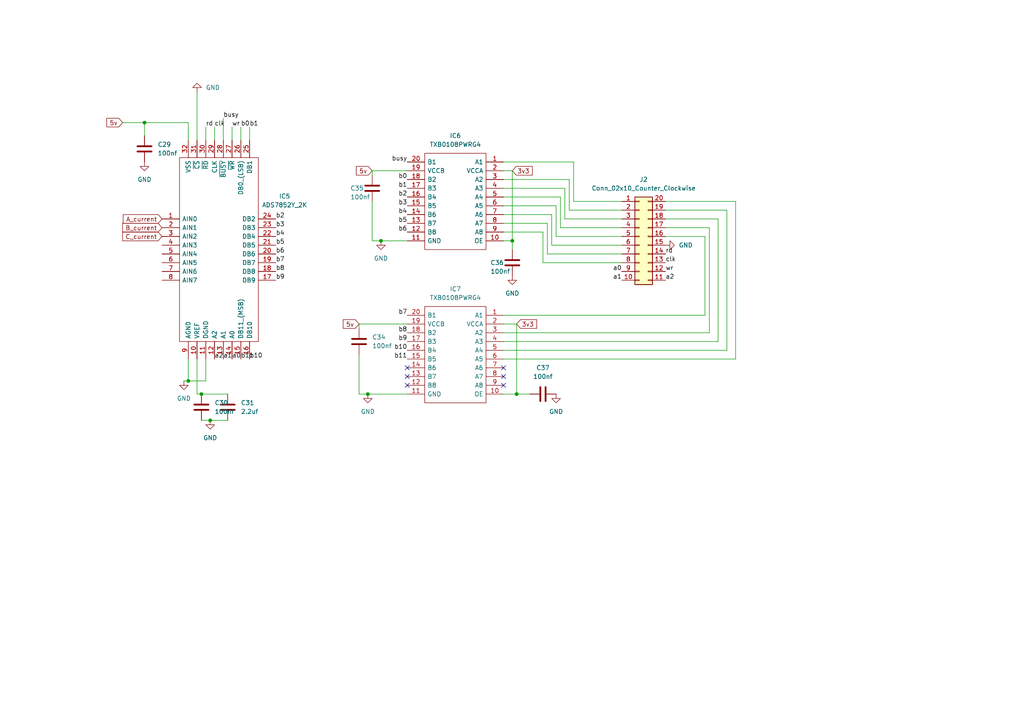
<source format=kicad_sch>
(kicad_sch (version 20211123) (generator eeschema)

  (uuid d60aaf9c-f815-4cde-8ba9-6b1ae7d09f36)

  (paper "A4")

  (lib_symbols
    (symbol "ADS7852Y_2K:ADS7852Y_2K" (pin_names (offset 0.762)) (in_bom yes) (on_board yes)
      (property "Reference" "IC" (id 0) (at 29.21 22.86 0)
        (effects (font (size 1.27 1.27)) (justify left))
      )
      (property "Value" "ADS7852Y_2K" (id 1) (at 29.21 20.32 0)
        (effects (font (size 1.27 1.27)) (justify left))
      )
      (property "Footprint" "QFP50P700X700X120-32N" (id 2) (at 29.21 17.78 0)
        (effects (font (size 1.27 1.27)) (justify left) hide)
      )
      (property "Datasheet" "https://www.arrow.com/en/products/ads7852y2k/texas-instruments" (id 3) (at 29.21 15.24 0)
        (effects (font (size 1.27 1.27)) (justify left) hide)
      )
      (property "Description" "Octal Channel Single ADC SAR 500ksps 12-bit Parallel 32-Pin TQFP T/R" (id 4) (at 29.21 12.7 0)
        (effects (font (size 1.27 1.27)) (justify left) hide)
      )
      (property "Height" "1.2" (id 5) (at 29.21 10.16 0)
        (effects (font (size 1.27 1.27)) (justify left) hide)
      )
      (property "Manufacturer_Name" "Texas Instruments" (id 6) (at 29.21 7.62 0)
        (effects (font (size 1.27 1.27)) (justify left) hide)
      )
      (property "Manufacturer_Part_Number" "ADS7852Y/2K" (id 7) (at 29.21 5.08 0)
        (effects (font (size 1.27 1.27)) (justify left) hide)
      )
      (property "Mouser Part Number" "595-ADS7852Y/2K" (id 8) (at 29.21 2.54 0)
        (effects (font (size 1.27 1.27)) (justify left) hide)
      )
      (property "Mouser Price/Stock" "https://www.mouser.com/Search/Refine.aspx?Keyword=595-ADS7852Y%2F2K" (id 9) (at 29.21 0 0)
        (effects (font (size 1.27 1.27)) (justify left) hide)
      )
      (property "Arrow Part Number" "ADS7852Y/2K" (id 10) (at 29.21 -2.54 0)
        (effects (font (size 1.27 1.27)) (justify left) hide)
      )
      (property "Arrow Price/Stock" "https://www.arrow.com/en/products/ads7852y2k/texas-instruments" (id 11) (at 29.21 -5.08 0)
        (effects (font (size 1.27 1.27)) (justify left) hide)
      )
      (property "Mouser Testing Part Number" "" (id 12) (at 29.21 -7.62 0)
        (effects (font (size 1.27 1.27)) (justify left) hide)
      )
      (property "Mouser Testing Price/Stock" "" (id 13) (at 29.21 -10.16 0)
        (effects (font (size 1.27 1.27)) (justify left) hide)
      )
      (property "ki_description" "Octal Channel Single ADC SAR 500ksps 12-bit Parallel 32-Pin TQFP T/R" (id 14) (at 0 0 0)
        (effects (font (size 1.27 1.27)) hide)
      )
      (symbol "ADS7852Y_2K_0_0"
        (pin passive line (at 0 0 0) (length 5.08)
          (name "AIN0" (effects (font (size 1.27 1.27))))
          (number "1" (effects (font (size 1.27 1.27))))
        )
        (pin passive line (at 10.16 -40.64 90) (length 5.08)
          (name "VREF" (effects (font (size 1.27 1.27))))
          (number "10" (effects (font (size 1.27 1.27))))
        )
        (pin passive line (at 12.7 -40.64 90) (length 5.08)
          (name "DGND" (effects (font (size 1.27 1.27))))
          (number "11" (effects (font (size 1.27 1.27))))
        )
        (pin passive line (at 15.24 -40.64 90) (length 5.08)
          (name "A2" (effects (font (size 1.27 1.27))))
          (number "12" (effects (font (size 1.27 1.27))))
        )
        (pin passive line (at 17.78 -40.64 90) (length 5.08)
          (name "A1" (effects (font (size 1.27 1.27))))
          (number "13" (effects (font (size 1.27 1.27))))
        )
        (pin passive line (at 20.32 -40.64 90) (length 5.08)
          (name "A0" (effects (font (size 1.27 1.27))))
          (number "14" (effects (font (size 1.27 1.27))))
        )
        (pin passive line (at 22.86 -40.64 90) (length 5.08)
          (name "DB11_(MSB)" (effects (font (size 1.27 1.27))))
          (number "15" (effects (font (size 1.27 1.27))))
        )
        (pin passive line (at 25.4 -40.64 90) (length 5.08)
          (name "DB10" (effects (font (size 1.27 1.27))))
          (number "16" (effects (font (size 1.27 1.27))))
        )
        (pin passive line (at 33.02 -17.78 180) (length 5.08)
          (name "DB9" (effects (font (size 1.27 1.27))))
          (number "17" (effects (font (size 1.27 1.27))))
        )
        (pin passive line (at 33.02 -15.24 180) (length 5.08)
          (name "DB8" (effects (font (size 1.27 1.27))))
          (number "18" (effects (font (size 1.27 1.27))))
        )
        (pin passive line (at 33.02 -12.7 180) (length 5.08)
          (name "DB7" (effects (font (size 1.27 1.27))))
          (number "19" (effects (font (size 1.27 1.27))))
        )
        (pin passive line (at 0 -2.54 0) (length 5.08)
          (name "AIN1" (effects (font (size 1.27 1.27))))
          (number "2" (effects (font (size 1.27 1.27))))
        )
        (pin passive line (at 33.02 -10.16 180) (length 5.08)
          (name "DB6" (effects (font (size 1.27 1.27))))
          (number "20" (effects (font (size 1.27 1.27))))
        )
        (pin passive line (at 33.02 -7.62 180) (length 5.08)
          (name "DB5" (effects (font (size 1.27 1.27))))
          (number "21" (effects (font (size 1.27 1.27))))
        )
        (pin passive line (at 33.02 -5.08 180) (length 5.08)
          (name "DB4" (effects (font (size 1.27 1.27))))
          (number "22" (effects (font (size 1.27 1.27))))
        )
        (pin passive line (at 33.02 -2.54 180) (length 5.08)
          (name "DB3" (effects (font (size 1.27 1.27))))
          (number "23" (effects (font (size 1.27 1.27))))
        )
        (pin passive line (at 33.02 0 180) (length 5.08)
          (name "DB2" (effects (font (size 1.27 1.27))))
          (number "24" (effects (font (size 1.27 1.27))))
        )
        (pin passive line (at 25.4 22.86 270) (length 5.08)
          (name "DB1" (effects (font (size 1.27 1.27))))
          (number "25" (effects (font (size 1.27 1.27))))
        )
        (pin passive line (at 22.86 22.86 270) (length 5.08)
          (name "DB0_(LSB)" (effects (font (size 1.27 1.27))))
          (number "26" (effects (font (size 1.27 1.27))))
        )
        (pin passive line (at 20.32 22.86 270) (length 5.08)
          (name "~{WR}" (effects (font (size 1.27 1.27))))
          (number "27" (effects (font (size 1.27 1.27))))
        )
        (pin passive line (at 17.78 22.86 270) (length 5.08)
          (name "~{BUSY}" (effects (font (size 1.27 1.27))))
          (number "28" (effects (font (size 1.27 1.27))))
        )
        (pin passive line (at 15.24 22.86 270) (length 5.08)
          (name "CLK" (effects (font (size 1.27 1.27))))
          (number "29" (effects (font (size 1.27 1.27))))
        )
        (pin passive line (at 0 -5.08 0) (length 5.08)
          (name "AIN2" (effects (font (size 1.27 1.27))))
          (number "3" (effects (font (size 1.27 1.27))))
        )
        (pin passive line (at 12.7 22.86 270) (length 5.08)
          (name "~{RD}" (effects (font (size 1.27 1.27))))
          (number "30" (effects (font (size 1.27 1.27))))
        )
        (pin passive line (at 10.16 22.86 270) (length 5.08)
          (name "~{CS}" (effects (font (size 1.27 1.27))))
          (number "31" (effects (font (size 1.27 1.27))))
        )
        (pin passive line (at 7.62 22.86 270) (length 5.08)
          (name "VSS" (effects (font (size 1.27 1.27))))
          (number "32" (effects (font (size 1.27 1.27))))
        )
        (pin passive line (at 0 -7.62 0) (length 5.08)
          (name "AIN3" (effects (font (size 1.27 1.27))))
          (number "4" (effects (font (size 1.27 1.27))))
        )
        (pin passive line (at 0 -10.16 0) (length 5.08)
          (name "AIN4" (effects (font (size 1.27 1.27))))
          (number "5" (effects (font (size 1.27 1.27))))
        )
        (pin passive line (at 0 -12.7 0) (length 5.08)
          (name "AIN5" (effects (font (size 1.27 1.27))))
          (number "6" (effects (font (size 1.27 1.27))))
        )
        (pin passive line (at 0 -15.24 0) (length 5.08)
          (name "AIN6" (effects (font (size 1.27 1.27))))
          (number "7" (effects (font (size 1.27 1.27))))
        )
        (pin passive line (at 0 -17.78 0) (length 5.08)
          (name "AIN7" (effects (font (size 1.27 1.27))))
          (number "8" (effects (font (size 1.27 1.27))))
        )
        (pin passive line (at 7.62 -40.64 90) (length 5.08)
          (name "AGND" (effects (font (size 1.27 1.27))))
          (number "9" (effects (font (size 1.27 1.27))))
        )
      )
      (symbol "ADS7852Y_2K_0_1"
        (polyline
          (pts
            (xy 5.08 17.78)
            (xy 27.94 17.78)
            (xy 27.94 -35.56)
            (xy 5.08 -35.56)
            (xy 5.08 17.78)
          )
          (stroke (width 0.1524) (type default) (color 0 0 0 0))
          (fill (type none))
        )
      )
    )
    (symbol "Connector_Generic:Conn_02x10_Counter_Clockwise" (pin_names (offset 1.016) hide) (in_bom yes) (on_board yes)
      (property "Reference" "J" (id 0) (at 1.27 12.7 0)
        (effects (font (size 1.27 1.27)))
      )
      (property "Value" "Conn_02x10_Counter_Clockwise" (id 1) (at 1.27 -15.24 0)
        (effects (font (size 1.27 1.27)))
      )
      (property "Footprint" "" (id 2) (at 0 0 0)
        (effects (font (size 1.27 1.27)) hide)
      )
      (property "Datasheet" "~" (id 3) (at 0 0 0)
        (effects (font (size 1.27 1.27)) hide)
      )
      (property "ki_keywords" "connector" (id 4) (at 0 0 0)
        (effects (font (size 1.27 1.27)) hide)
      )
      (property "ki_description" "Generic connector, double row, 02x10, counter clockwise pin numbering scheme (similar to DIP package numbering), script generated (kicad-library-utils/schlib/autogen/connector/)" (id 5) (at 0 0 0)
        (effects (font (size 1.27 1.27)) hide)
      )
      (property "ki_fp_filters" "Connector*:*_2x??_*" (id 6) (at 0 0 0)
        (effects (font (size 1.27 1.27)) hide)
      )
      (symbol "Conn_02x10_Counter_Clockwise_1_1"
        (rectangle (start -1.27 -12.573) (end 0 -12.827)
          (stroke (width 0.1524) (type default) (color 0 0 0 0))
          (fill (type none))
        )
        (rectangle (start -1.27 -10.033) (end 0 -10.287)
          (stroke (width 0.1524) (type default) (color 0 0 0 0))
          (fill (type none))
        )
        (rectangle (start -1.27 -7.493) (end 0 -7.747)
          (stroke (width 0.1524) (type default) (color 0 0 0 0))
          (fill (type none))
        )
        (rectangle (start -1.27 -4.953) (end 0 -5.207)
          (stroke (width 0.1524) (type default) (color 0 0 0 0))
          (fill (type none))
        )
        (rectangle (start -1.27 -2.413) (end 0 -2.667)
          (stroke (width 0.1524) (type default) (color 0 0 0 0))
          (fill (type none))
        )
        (rectangle (start -1.27 0.127) (end 0 -0.127)
          (stroke (width 0.1524) (type default) (color 0 0 0 0))
          (fill (type none))
        )
        (rectangle (start -1.27 2.667) (end 0 2.413)
          (stroke (width 0.1524) (type default) (color 0 0 0 0))
          (fill (type none))
        )
        (rectangle (start -1.27 5.207) (end 0 4.953)
          (stroke (width 0.1524) (type default) (color 0 0 0 0))
          (fill (type none))
        )
        (rectangle (start -1.27 7.747) (end 0 7.493)
          (stroke (width 0.1524) (type default) (color 0 0 0 0))
          (fill (type none))
        )
        (rectangle (start -1.27 10.287) (end 0 10.033)
          (stroke (width 0.1524) (type default) (color 0 0 0 0))
          (fill (type none))
        )
        (rectangle (start -1.27 11.43) (end 3.81 -13.97)
          (stroke (width 0.254) (type default) (color 0 0 0 0))
          (fill (type background))
        )
        (rectangle (start 3.81 -12.573) (end 2.54 -12.827)
          (stroke (width 0.1524) (type default) (color 0 0 0 0))
          (fill (type none))
        )
        (rectangle (start 3.81 -10.033) (end 2.54 -10.287)
          (stroke (width 0.1524) (type default) (color 0 0 0 0))
          (fill (type none))
        )
        (rectangle (start 3.81 -7.493) (end 2.54 -7.747)
          (stroke (width 0.1524) (type default) (color 0 0 0 0))
          (fill (type none))
        )
        (rectangle (start 3.81 -4.953) (end 2.54 -5.207)
          (stroke (width 0.1524) (type default) (color 0 0 0 0))
          (fill (type none))
        )
        (rectangle (start 3.81 -2.413) (end 2.54 -2.667)
          (stroke (width 0.1524) (type default) (color 0 0 0 0))
          (fill (type none))
        )
        (rectangle (start 3.81 0.127) (end 2.54 -0.127)
          (stroke (width 0.1524) (type default) (color 0 0 0 0))
          (fill (type none))
        )
        (rectangle (start 3.81 2.667) (end 2.54 2.413)
          (stroke (width 0.1524) (type default) (color 0 0 0 0))
          (fill (type none))
        )
        (rectangle (start 3.81 5.207) (end 2.54 4.953)
          (stroke (width 0.1524) (type default) (color 0 0 0 0))
          (fill (type none))
        )
        (rectangle (start 3.81 7.747) (end 2.54 7.493)
          (stroke (width 0.1524) (type default) (color 0 0 0 0))
          (fill (type none))
        )
        (rectangle (start 3.81 10.287) (end 2.54 10.033)
          (stroke (width 0.1524) (type default) (color 0 0 0 0))
          (fill (type none))
        )
        (pin passive line (at -5.08 10.16 0) (length 3.81)
          (name "Pin_1" (effects (font (size 1.27 1.27))))
          (number "1" (effects (font (size 1.27 1.27))))
        )
        (pin passive line (at -5.08 -12.7 0) (length 3.81)
          (name "Pin_10" (effects (font (size 1.27 1.27))))
          (number "10" (effects (font (size 1.27 1.27))))
        )
        (pin passive line (at 7.62 -12.7 180) (length 3.81)
          (name "Pin_11" (effects (font (size 1.27 1.27))))
          (number "11" (effects (font (size 1.27 1.27))))
        )
        (pin passive line (at 7.62 -10.16 180) (length 3.81)
          (name "Pin_12" (effects (font (size 1.27 1.27))))
          (number "12" (effects (font (size 1.27 1.27))))
        )
        (pin passive line (at 7.62 -7.62 180) (length 3.81)
          (name "Pin_13" (effects (font (size 1.27 1.27))))
          (number "13" (effects (font (size 1.27 1.27))))
        )
        (pin passive line (at 7.62 -5.08 180) (length 3.81)
          (name "Pin_14" (effects (font (size 1.27 1.27))))
          (number "14" (effects (font (size 1.27 1.27))))
        )
        (pin passive line (at 7.62 -2.54 180) (length 3.81)
          (name "Pin_15" (effects (font (size 1.27 1.27))))
          (number "15" (effects (font (size 1.27 1.27))))
        )
        (pin passive line (at 7.62 0 180) (length 3.81)
          (name "Pin_16" (effects (font (size 1.27 1.27))))
          (number "16" (effects (font (size 1.27 1.27))))
        )
        (pin passive line (at 7.62 2.54 180) (length 3.81)
          (name "Pin_17" (effects (font (size 1.27 1.27))))
          (number "17" (effects (font (size 1.27 1.27))))
        )
        (pin passive line (at 7.62 5.08 180) (length 3.81)
          (name "Pin_18" (effects (font (size 1.27 1.27))))
          (number "18" (effects (font (size 1.27 1.27))))
        )
        (pin passive line (at 7.62 7.62 180) (length 3.81)
          (name "Pin_19" (effects (font (size 1.27 1.27))))
          (number "19" (effects (font (size 1.27 1.27))))
        )
        (pin passive line (at -5.08 7.62 0) (length 3.81)
          (name "Pin_2" (effects (font (size 1.27 1.27))))
          (number "2" (effects (font (size 1.27 1.27))))
        )
        (pin passive line (at 7.62 10.16 180) (length 3.81)
          (name "Pin_20" (effects (font (size 1.27 1.27))))
          (number "20" (effects (font (size 1.27 1.27))))
        )
        (pin passive line (at -5.08 5.08 0) (length 3.81)
          (name "Pin_3" (effects (font (size 1.27 1.27))))
          (number "3" (effects (font (size 1.27 1.27))))
        )
        (pin passive line (at -5.08 2.54 0) (length 3.81)
          (name "Pin_4" (effects (font (size 1.27 1.27))))
          (number "4" (effects (font (size 1.27 1.27))))
        )
        (pin passive line (at -5.08 0 0) (length 3.81)
          (name "Pin_5" (effects (font (size 1.27 1.27))))
          (number "5" (effects (font (size 1.27 1.27))))
        )
        (pin passive line (at -5.08 -2.54 0) (length 3.81)
          (name "Pin_6" (effects (font (size 1.27 1.27))))
          (number "6" (effects (font (size 1.27 1.27))))
        )
        (pin passive line (at -5.08 -5.08 0) (length 3.81)
          (name "Pin_7" (effects (font (size 1.27 1.27))))
          (number "7" (effects (font (size 1.27 1.27))))
        )
        (pin passive line (at -5.08 -7.62 0) (length 3.81)
          (name "Pin_8" (effects (font (size 1.27 1.27))))
          (number "8" (effects (font (size 1.27 1.27))))
        )
        (pin passive line (at -5.08 -10.16 0) (length 3.81)
          (name "Pin_9" (effects (font (size 1.27 1.27))))
          (number "9" (effects (font (size 1.27 1.27))))
        )
      )
    )
    (symbol "Device:C" (pin_numbers hide) (pin_names (offset 0.254)) (in_bom yes) (on_board yes)
      (property "Reference" "C" (id 0) (at 0.635 2.54 0)
        (effects (font (size 1.27 1.27)) (justify left))
      )
      (property "Value" "C" (id 1) (at 0.635 -2.54 0)
        (effects (font (size 1.27 1.27)) (justify left))
      )
      (property "Footprint" "" (id 2) (at 0.9652 -3.81 0)
        (effects (font (size 1.27 1.27)) hide)
      )
      (property "Datasheet" "~" (id 3) (at 0 0 0)
        (effects (font (size 1.27 1.27)) hide)
      )
      (property "ki_keywords" "cap capacitor" (id 4) (at 0 0 0)
        (effects (font (size 1.27 1.27)) hide)
      )
      (property "ki_description" "Unpolarized capacitor" (id 5) (at 0 0 0)
        (effects (font (size 1.27 1.27)) hide)
      )
      (property "ki_fp_filters" "C_*" (id 6) (at 0 0 0)
        (effects (font (size 1.27 1.27)) hide)
      )
      (symbol "C_0_1"
        (polyline
          (pts
            (xy -2.032 -0.762)
            (xy 2.032 -0.762)
          )
          (stroke (width 0.508) (type default) (color 0 0 0 0))
          (fill (type none))
        )
        (polyline
          (pts
            (xy -2.032 0.762)
            (xy 2.032 0.762)
          )
          (stroke (width 0.508) (type default) (color 0 0 0 0))
          (fill (type none))
        )
      )
      (symbol "C_1_1"
        (pin passive line (at 0 3.81 270) (length 2.794)
          (name "~" (effects (font (size 1.27 1.27))))
          (number "1" (effects (font (size 1.27 1.27))))
        )
        (pin passive line (at 0 -3.81 90) (length 2.794)
          (name "~" (effects (font (size 1.27 1.27))))
          (number "2" (effects (font (size 1.27 1.27))))
        )
      )
    )
    (symbol "TXB0108PWRG4:TXB0108PWRG4" (pin_names (offset 0.762)) (in_bom yes) (on_board yes)
      (property "Reference" "IC" (id 0) (at 24.13 7.62 0)
        (effects (font (size 1.27 1.27)) (justify left))
      )
      (property "Value" "TXB0108PWRG4" (id 1) (at 24.13 5.08 0)
        (effects (font (size 1.27 1.27)) (justify left))
      )
      (property "Footprint" "SOP65P640X120-20N" (id 2) (at 24.13 2.54 0)
        (effects (font (size 1.27 1.27)) (justify left) hide)
      )
      (property "Datasheet" "http://www.ti.com/general/docs/suppproductinfo.tsp?distId=26&gotoUrl=http%3A%2F%2Fwww.ti.com%2Flit%2Fgpn%2Ftxb0108" (id 3) (at 24.13 0 0)
        (effects (font (size 1.27 1.27)) (justify left) hide)
      )
      (property "Description" "Translation - Voltage Levels 8B Bidir Vltg-Level Translator" (id 4) (at 24.13 -2.54 0)
        (effects (font (size 1.27 1.27)) (justify left) hide)
      )
      (property "Height" "1.2" (id 5) (at 24.13 -5.08 0)
        (effects (font (size 1.27 1.27)) (justify left) hide)
      )
      (property "Manufacturer_Name" "Texas Instruments" (id 6) (at 24.13 -7.62 0)
        (effects (font (size 1.27 1.27)) (justify left) hide)
      )
      (property "Manufacturer_Part_Number" "TXB0108PWRG4" (id 7) (at 24.13 -10.16 0)
        (effects (font (size 1.27 1.27)) (justify left) hide)
      )
      (property "Mouser Part Number" "595-TXB0108PWRG4" (id 8) (at 24.13 -12.7 0)
        (effects (font (size 1.27 1.27)) (justify left) hide)
      )
      (property "Mouser Price/Stock" "https://www.mouser.co.uk/ProductDetail/Texas-Instruments/TXB0108PWRG4?qs=0OHPnBYoB%2FmuZG0GADZxsA%3D%3D" (id 9) (at 24.13 -15.24 0)
        (effects (font (size 1.27 1.27)) (justify left) hide)
      )
      (property "Arrow Part Number" "TXB0108PWRG4" (id 10) (at 24.13 -17.78 0)
        (effects (font (size 1.27 1.27)) (justify left) hide)
      )
      (property "Arrow Price/Stock" "https://www.arrow.com/en/products/txb0108pwrg4/texas-instruments" (id 11) (at 24.13 -20.32 0)
        (effects (font (size 1.27 1.27)) (justify left) hide)
      )
      (property "Mouser Testing Part Number" "" (id 12) (at 24.13 -22.86 0)
        (effects (font (size 1.27 1.27)) (justify left) hide)
      )
      (property "Mouser Testing Price/Stock" "" (id 13) (at 24.13 -25.4 0)
        (effects (font (size 1.27 1.27)) (justify left) hide)
      )
      (property "ki_description" "Translation - Voltage Levels 8B Bidir Vltg-Level Translator" (id 14) (at 0 0 0)
        (effects (font (size 1.27 1.27)) hide)
      )
      (symbol "TXB0108PWRG4_0_0"
        (pin passive line (at 0 0 0) (length 5.08)
          (name "A1" (effects (font (size 1.27 1.27))))
          (number "1" (effects (font (size 1.27 1.27))))
        )
        (pin passive line (at 0 -22.86 0) (length 5.08)
          (name "OE" (effects (font (size 1.27 1.27))))
          (number "10" (effects (font (size 1.27 1.27))))
        )
        (pin passive line (at 27.94 -22.86 180) (length 5.08)
          (name "GND" (effects (font (size 1.27 1.27))))
          (number "11" (effects (font (size 1.27 1.27))))
        )
        (pin passive line (at 27.94 -20.32 180) (length 5.08)
          (name "B8" (effects (font (size 1.27 1.27))))
          (number "12" (effects (font (size 1.27 1.27))))
        )
        (pin passive line (at 27.94 -17.78 180) (length 5.08)
          (name "B7" (effects (font (size 1.27 1.27))))
          (number "13" (effects (font (size 1.27 1.27))))
        )
        (pin passive line (at 27.94 -15.24 180) (length 5.08)
          (name "B6" (effects (font (size 1.27 1.27))))
          (number "14" (effects (font (size 1.27 1.27))))
        )
        (pin passive line (at 27.94 -12.7 180) (length 5.08)
          (name "B5" (effects (font (size 1.27 1.27))))
          (number "15" (effects (font (size 1.27 1.27))))
        )
        (pin passive line (at 27.94 -10.16 180) (length 5.08)
          (name "B4" (effects (font (size 1.27 1.27))))
          (number "16" (effects (font (size 1.27 1.27))))
        )
        (pin passive line (at 27.94 -7.62 180) (length 5.08)
          (name "B3" (effects (font (size 1.27 1.27))))
          (number "17" (effects (font (size 1.27 1.27))))
        )
        (pin passive line (at 27.94 -5.08 180) (length 5.08)
          (name "B2" (effects (font (size 1.27 1.27))))
          (number "18" (effects (font (size 1.27 1.27))))
        )
        (pin passive line (at 27.94 -2.54 180) (length 5.08)
          (name "VCCB" (effects (font (size 1.27 1.27))))
          (number "19" (effects (font (size 1.27 1.27))))
        )
        (pin passive line (at 0 -2.54 0) (length 5.08)
          (name "VCCA" (effects (font (size 1.27 1.27))))
          (number "2" (effects (font (size 1.27 1.27))))
        )
        (pin passive line (at 27.94 0 180) (length 5.08)
          (name "B1" (effects (font (size 1.27 1.27))))
          (number "20" (effects (font (size 1.27 1.27))))
        )
        (pin passive line (at 0 -5.08 0) (length 5.08)
          (name "A2" (effects (font (size 1.27 1.27))))
          (number "3" (effects (font (size 1.27 1.27))))
        )
        (pin passive line (at 0 -7.62 0) (length 5.08)
          (name "A3" (effects (font (size 1.27 1.27))))
          (number "4" (effects (font (size 1.27 1.27))))
        )
        (pin passive line (at 0 -10.16 0) (length 5.08)
          (name "A4" (effects (font (size 1.27 1.27))))
          (number "5" (effects (font (size 1.27 1.27))))
        )
        (pin passive line (at 0 -12.7 0) (length 5.08)
          (name "A5" (effects (font (size 1.27 1.27))))
          (number "6" (effects (font (size 1.27 1.27))))
        )
        (pin passive line (at 0 -15.24 0) (length 5.08)
          (name "A6" (effects (font (size 1.27 1.27))))
          (number "7" (effects (font (size 1.27 1.27))))
        )
        (pin passive line (at 0 -17.78 0) (length 5.08)
          (name "A7" (effects (font (size 1.27 1.27))))
          (number "8" (effects (font (size 1.27 1.27))))
        )
        (pin passive line (at 0 -20.32 0) (length 5.08)
          (name "A8" (effects (font (size 1.27 1.27))))
          (number "9" (effects (font (size 1.27 1.27))))
        )
      )
      (symbol "TXB0108PWRG4_0_1"
        (polyline
          (pts
            (xy 5.08 2.54)
            (xy 22.86 2.54)
            (xy 22.86 -25.4)
            (xy 5.08 -25.4)
            (xy 5.08 2.54)
          )
          (stroke (width 0.1524) (type default) (color 0 0 0 0))
          (fill (type none))
        )
      )
    )
    (symbol "power:GND" (power) (pin_names (offset 0)) (in_bom yes) (on_board yes)
      (property "Reference" "#PWR" (id 0) (at 0 -6.35 0)
        (effects (font (size 1.27 1.27)) hide)
      )
      (property "Value" "GND" (id 1) (at 0 -3.81 0)
        (effects (font (size 1.27 1.27)))
      )
      (property "Footprint" "" (id 2) (at 0 0 0)
        (effects (font (size 1.27 1.27)) hide)
      )
      (property "Datasheet" "" (id 3) (at 0 0 0)
        (effects (font (size 1.27 1.27)) hide)
      )
      (property "ki_keywords" "power-flag" (id 4) (at 0 0 0)
        (effects (font (size 1.27 1.27)) hide)
      )
      (property "ki_description" "Power symbol creates a global label with name \"GND\" , ground" (id 5) (at 0 0 0)
        (effects (font (size 1.27 1.27)) hide)
      )
      (symbol "GND_0_1"
        (polyline
          (pts
            (xy 0 0)
            (xy 0 -1.27)
            (xy 1.27 -1.27)
            (xy 0 -2.54)
            (xy -1.27 -1.27)
            (xy 0 -1.27)
          )
          (stroke (width 0) (type default) (color 0 0 0 0))
          (fill (type none))
        )
      )
      (symbol "GND_1_1"
        (pin power_in line (at 0 0 270) (length 0) hide
          (name "GND" (effects (font (size 1.27 1.27))))
          (number "1" (effects (font (size 1.27 1.27))))
        )
      )
    )
  )

  (junction (at 54.61 110.49) (diameter 0) (color 0 0 0 0)
    (uuid 08b71f4f-4a41-4bcd-94aa-93219a1b3911)
  )
  (junction (at 106.68 114.3) (diameter 0) (color 0 0 0 0)
    (uuid 188fd9de-622a-4fee-bc93-322ec2f2163b)
  )
  (junction (at 60.96 121.92) (diameter 0) (color 0 0 0 0)
    (uuid 4f964003-ae7f-494d-bb04-27ade9674889)
  )
  (junction (at 58.42 114.3) (diameter 0) (color 0 0 0 0)
    (uuid 88822553-7417-4e13-af7a-84cb1e783a76)
  )
  (junction (at 41.91 35.56) (diameter 0) (color 0 0 0 0)
    (uuid 8e317a98-24f3-47c7-a450-eb50c5a8ce03)
  )
  (junction (at 110.49 69.85) (diameter 0) (color 0 0 0 0)
    (uuid 98482b9c-cee4-4652-b1e0-160be7bd8e1c)
  )
  (junction (at 148.59 69.85) (diameter 0) (color 0 0 0 0)
    (uuid a2b66d3a-3414-4182-a856-53b573abe5f3)
  )
  (junction (at 149.86 114.3) (diameter 0) (color 0 0 0 0)
    (uuid c158737c-a59f-4a04-91ee-c539eb868151)
  )

  (no_connect (at 146.05 109.22) (uuid 1699f3d2-d339-43cc-a259-ed730b6e4951))
  (no_connect (at 118.11 106.68) (uuid 47d3fc31-4b99-4f77-81c8-170ec509d6bb))
  (no_connect (at 118.11 109.22) (uuid a53e16b2-def1-47a6-ae16-8fbeea8ca4dc))
  (no_connect (at 146.05 106.68) (uuid dcccb20a-d4ac-48e7-a16f-c88df86a4ad6))
  (no_connect (at 118.11 111.76) (uuid ebaf0292-7e98-4632-92d6-a764a24fc426))
  (no_connect (at 146.05 111.76) (uuid fa427197-9c04-485f-adf0-5dc6e18a7515))

  (wire (pts (xy 72.39 36.83) (xy 72.39 40.64))
    (stroke (width 0) (type default) (color 0 0 0 0))
    (uuid 0437426f-ae95-46c2-939e-f71b87d9f9e5)
  )
  (wire (pts (xy 59.69 110.49) (xy 54.61 110.49))
    (stroke (width 0) (type default) (color 0 0 0 0))
    (uuid 07069d4f-a3e7-4217-bd45-2a1a6745a519)
  )
  (wire (pts (xy 193.04 66.04) (xy 205.74 66.04))
    (stroke (width 0) (type default) (color 0 0 0 0))
    (uuid 08245fa7-c722-442e-af5d-4b4f5f3253c6)
  )
  (wire (pts (xy 146.05 114.3) (xy 149.86 114.3))
    (stroke (width 0) (type default) (color 0 0 0 0))
    (uuid 09c06089-29d1-4471-85b1-b9cb3d65dc51)
  )
  (wire (pts (xy 104.14 114.3) (xy 106.68 114.3))
    (stroke (width 0) (type default) (color 0 0 0 0))
    (uuid 0be9ccb3-b071-4051-bc52-7bfef3aac82d)
  )
  (wire (pts (xy 180.34 60.96) (xy 165.1 60.96))
    (stroke (width 0) (type default) (color 0 0 0 0))
    (uuid 0c5ccf07-74e3-4c28-8b01-a9db06501056)
  )
  (wire (pts (xy 166.37 58.42) (xy 180.34 58.42))
    (stroke (width 0) (type default) (color 0 0 0 0))
    (uuid 103336ab-6852-45bb-849e-524e922e4cee)
  )
  (wire (pts (xy 41.91 35.56) (xy 35.56 35.56))
    (stroke (width 0) (type default) (color 0 0 0 0))
    (uuid 10c6d269-533a-4480-a87a-87f499b75422)
  )
  (wire (pts (xy 146.05 101.6) (xy 210.82 101.6))
    (stroke (width 0) (type default) (color 0 0 0 0))
    (uuid 17935856-6774-46f4-9825-5b491e6be4e5)
  )
  (wire (pts (xy 165.1 52.07) (xy 146.05 52.07))
    (stroke (width 0) (type default) (color 0 0 0 0))
    (uuid 2c1876e9-0ef6-43fa-9fc7-fd40d19b5d41)
  )
  (wire (pts (xy 57.15 26.67) (xy 57.15 40.64))
    (stroke (width 0) (type default) (color 0 0 0 0))
    (uuid 2e708d51-a3b7-4531-85a1-5c7eed502b78)
  )
  (wire (pts (xy 161.29 59.69) (xy 161.29 68.58))
    (stroke (width 0) (type default) (color 0 0 0 0))
    (uuid 32904109-f2e4-4180-a711-bcc69cb37f31)
  )
  (wire (pts (xy 210.82 60.96) (xy 210.82 101.6))
    (stroke (width 0) (type default) (color 0 0 0 0))
    (uuid 39332387-720d-463b-902c-f27155e3b51a)
  )
  (wire (pts (xy 110.49 69.85) (xy 118.11 69.85))
    (stroke (width 0) (type default) (color 0 0 0 0))
    (uuid 3f0d5b61-a482-4f30-8521-d116f0c5816d)
  )
  (wire (pts (xy 160.02 71.12) (xy 160.02 62.23))
    (stroke (width 0) (type default) (color 0 0 0 0))
    (uuid 3f7d2c82-08c5-4289-acdc-f82a631ec335)
  )
  (wire (pts (xy 157.48 76.2) (xy 157.48 67.31))
    (stroke (width 0) (type default) (color 0 0 0 0))
    (uuid 46aeb98d-8150-4f90-ad10-3fc2b1ce4f28)
  )
  (wire (pts (xy 180.34 66.04) (xy 162.56 66.04))
    (stroke (width 0) (type default) (color 0 0 0 0))
    (uuid 4803ad22-f541-4270-8ea5-d278a4476932)
  )
  (wire (pts (xy 146.05 93.98) (xy 149.86 93.98))
    (stroke (width 0) (type default) (color 0 0 0 0))
    (uuid 4d337e53-ed73-4629-9034-9794e00ba1fe)
  )
  (wire (pts (xy 180.34 71.12) (xy 160.02 71.12))
    (stroke (width 0) (type default) (color 0 0 0 0))
    (uuid 4d71a395-0221-4bd8-b5de-3cb8f01e71e3)
  )
  (wire (pts (xy 161.29 68.58) (xy 180.34 68.58))
    (stroke (width 0) (type default) (color 0 0 0 0))
    (uuid 505d9186-9700-4dae-9ae4-0e8925f45a8f)
  )
  (wire (pts (xy 57.15 104.14) (xy 57.15 114.3))
    (stroke (width 0) (type default) (color 0 0 0 0))
    (uuid 5353ba04-80e4-4271-a566-c8035615244c)
  )
  (wire (pts (xy 163.83 54.61) (xy 163.83 63.5))
    (stroke (width 0) (type default) (color 0 0 0 0))
    (uuid 6103b7fa-5970-4256-b244-fafa86a14432)
  )
  (wire (pts (xy 163.83 63.5) (xy 180.34 63.5))
    (stroke (width 0) (type default) (color 0 0 0 0))
    (uuid 69a04e90-e574-4738-93ed-c7ebae2d7464)
  )
  (wire (pts (xy 158.75 73.66) (xy 180.34 73.66))
    (stroke (width 0) (type default) (color 0 0 0 0))
    (uuid 6c132474-0cd5-42f5-ac30-da6eefb2901d)
  )
  (wire (pts (xy 193.04 63.5) (xy 208.28 63.5))
    (stroke (width 0) (type default) (color 0 0 0 0))
    (uuid 705bf114-875a-481a-bb89-fb2c083f9b12)
  )
  (wire (pts (xy 62.23 36.83) (xy 62.23 40.64))
    (stroke (width 0) (type default) (color 0 0 0 0))
    (uuid 72ef0ea0-bf69-456e-a9d7-c6f7b1727948)
  )
  (wire (pts (xy 213.36 58.42) (xy 213.36 104.14))
    (stroke (width 0) (type default) (color 0 0 0 0))
    (uuid 751ad4d4-8c30-4a62-b293-930bf54f850b)
  )
  (wire (pts (xy 193.04 58.42) (xy 213.36 58.42))
    (stroke (width 0) (type default) (color 0 0 0 0))
    (uuid 77b8cee3-b30d-4c25-96f6-698e5fedd0ba)
  )
  (wire (pts (xy 149.86 114.3) (xy 153.67 114.3))
    (stroke (width 0) (type default) (color 0 0 0 0))
    (uuid 78206696-661c-4f53-9ef2-5a4604f256dc)
  )
  (wire (pts (xy 54.61 104.14) (xy 54.61 110.49))
    (stroke (width 0) (type default) (color 0 0 0 0))
    (uuid 78f6ed6a-462f-4123-9eae-64f15cb25d89)
  )
  (wire (pts (xy 146.05 46.99) (xy 166.37 46.99))
    (stroke (width 0) (type default) (color 0 0 0 0))
    (uuid 7924df4c-6b24-4624-b09f-075cf53e0d61)
  )
  (wire (pts (xy 165.1 60.96) (xy 165.1 52.07))
    (stroke (width 0) (type default) (color 0 0 0 0))
    (uuid 7bfb9500-cce9-4900-aa7f-443790059afc)
  )
  (wire (pts (xy 104.14 95.25) (xy 104.14 93.98))
    (stroke (width 0) (type default) (color 0 0 0 0))
    (uuid 7ce845fb-11ec-4b0a-be49-064b3d2fc2f9)
  )
  (wire (pts (xy 107.95 58.42) (xy 107.95 69.85))
    (stroke (width 0) (type default) (color 0 0 0 0))
    (uuid 7ffc7388-61b9-4912-8304-8be44e8764ea)
  )
  (wire (pts (xy 205.74 96.52) (xy 146.05 96.52))
    (stroke (width 0) (type default) (color 0 0 0 0))
    (uuid 80308834-fefa-48a5-967c-713eca5c7c03)
  )
  (wire (pts (xy 162.56 66.04) (xy 162.56 57.15))
    (stroke (width 0) (type default) (color 0 0 0 0))
    (uuid 8680762e-aa51-424e-a20d-76f18d95edd6)
  )
  (wire (pts (xy 204.47 68.58) (xy 193.04 68.58))
    (stroke (width 0) (type default) (color 0 0 0 0))
    (uuid 870ffeb7-f2fd-47e6-af65-84fe1e03928d)
  )
  (wire (pts (xy 58.42 114.3) (xy 66.04 114.3))
    (stroke (width 0) (type default) (color 0 0 0 0))
    (uuid 872e7eb3-eac1-4706-8088-15c27c710089)
  )
  (wire (pts (xy 146.05 69.85) (xy 148.59 69.85))
    (stroke (width 0) (type default) (color 0 0 0 0))
    (uuid 8966a875-915e-4949-b20f-807a7272642b)
  )
  (wire (pts (xy 104.14 102.87) (xy 104.14 114.3))
    (stroke (width 0) (type default) (color 0 0 0 0))
    (uuid 8dc37e65-96ca-427f-8af7-14db69c8e939)
  )
  (wire (pts (xy 146.05 59.69) (xy 161.29 59.69))
    (stroke (width 0) (type default) (color 0 0 0 0))
    (uuid 8ea4a46b-a4ca-4b9b-a2aa-02ae6cf4ba4a)
  )
  (wire (pts (xy 146.05 104.14) (xy 213.36 104.14))
    (stroke (width 0) (type default) (color 0 0 0 0))
    (uuid 8f5126d0-0311-4f62-89c1-64570606fa72)
  )
  (wire (pts (xy 149.86 93.98) (xy 149.86 114.3))
    (stroke (width 0) (type default) (color 0 0 0 0))
    (uuid 96ef67e6-4bff-4e10-a228-5b39dd8847d7)
  )
  (wire (pts (xy 146.05 91.44) (xy 204.47 91.44))
    (stroke (width 0) (type default) (color 0 0 0 0))
    (uuid 9efbf9b4-29dd-42ce-87aa-7940dd21f9a1)
  )
  (wire (pts (xy 41.91 35.56) (xy 41.91 39.37))
    (stroke (width 0) (type default) (color 0 0 0 0))
    (uuid a19b0259-5602-437d-a2ad-2b1764a8c0dc)
  )
  (wire (pts (xy 60.96 121.92) (xy 66.04 121.92))
    (stroke (width 0) (type default) (color 0 0 0 0))
    (uuid a4b654be-5110-4a14-bc71-c2cbe10fd28d)
  )
  (wire (pts (xy 166.37 46.99) (xy 166.37 58.42))
    (stroke (width 0) (type default) (color 0 0 0 0))
    (uuid a51a43b6-f0eb-4e50-81e0-5745df971eb5)
  )
  (wire (pts (xy 157.48 67.31) (xy 146.05 67.31))
    (stroke (width 0) (type default) (color 0 0 0 0))
    (uuid a6ada08e-7927-4df3-ac31-4912cc0bd0c6)
  )
  (wire (pts (xy 106.68 114.3) (xy 118.11 114.3))
    (stroke (width 0) (type default) (color 0 0 0 0))
    (uuid a90e4b58-74e7-45a2-8a7e-57806a2b7b7e)
  )
  (wire (pts (xy 146.05 49.53) (xy 148.59 49.53))
    (stroke (width 0) (type default) (color 0 0 0 0))
    (uuid aea7d49e-e758-495e-b5ca-413aafd29cd1)
  )
  (wire (pts (xy 210.82 60.96) (xy 193.04 60.96))
    (stroke (width 0) (type default) (color 0 0 0 0))
    (uuid b32e9f2b-1f9d-40d0-8524-1cf47c3bf17f)
  )
  (wire (pts (xy 107.95 49.53) (xy 118.11 49.53))
    (stroke (width 0) (type default) (color 0 0 0 0))
    (uuid b8043902-367b-484e-aa0d-f30d86962b5f)
  )
  (wire (pts (xy 146.05 54.61) (xy 163.83 54.61))
    (stroke (width 0) (type default) (color 0 0 0 0))
    (uuid b8676585-7872-4929-aa31-22b5c77bdd3e)
  )
  (wire (pts (xy 69.85 36.83) (xy 69.85 40.64))
    (stroke (width 0) (type default) (color 0 0 0 0))
    (uuid b9ef7218-cc70-448b-b05f-6953e0ba2f63)
  )
  (wire (pts (xy 146.05 64.77) (xy 158.75 64.77))
    (stroke (width 0) (type default) (color 0 0 0 0))
    (uuid beb5d0d1-7152-4b9c-8dd9-226fbde981ff)
  )
  (wire (pts (xy 107.95 50.8) (xy 107.95 49.53))
    (stroke (width 0) (type default) (color 0 0 0 0))
    (uuid bfbbf703-5800-447c-9b35-ffe37170c2ab)
  )
  (wire (pts (xy 146.05 99.06) (xy 208.28 99.06))
    (stroke (width 0) (type default) (color 0 0 0 0))
    (uuid c14de5f0-19c3-44d3-95b7-81ad46527e4c)
  )
  (wire (pts (xy 57.15 114.3) (xy 58.42 114.3))
    (stroke (width 0) (type default) (color 0 0 0 0))
    (uuid c1f7d72b-d3b5-4808-8a63-a93d313fb689)
  )
  (wire (pts (xy 205.74 66.04) (xy 205.74 96.52))
    (stroke (width 0) (type default) (color 0 0 0 0))
    (uuid c3345da8-e0e2-480f-9136-545abd0e7a99)
  )
  (wire (pts (xy 54.61 40.64) (xy 54.61 35.56))
    (stroke (width 0) (type default) (color 0 0 0 0))
    (uuid c3abd20c-9a9e-4c86-965d-c62e6568d096)
  )
  (wire (pts (xy 67.31 36.83) (xy 67.31 40.64))
    (stroke (width 0) (type default) (color 0 0 0 0))
    (uuid c5516328-f734-46f6-ae43-7b81c1858a53)
  )
  (wire (pts (xy 148.59 69.85) (xy 148.59 72.39))
    (stroke (width 0) (type default) (color 0 0 0 0))
    (uuid caa55a54-345a-4a7a-a029-3c777ceef97d)
  )
  (wire (pts (xy 158.75 64.77) (xy 158.75 73.66))
    (stroke (width 0) (type default) (color 0 0 0 0))
    (uuid cd72dea1-eed4-4cf1-9ff4-233e32153d7d)
  )
  (wire (pts (xy 54.61 35.56) (xy 41.91 35.56))
    (stroke (width 0) (type default) (color 0 0 0 0))
    (uuid cec7306b-56fa-4255-b6b3-7b3b0cde9d2d)
  )
  (wire (pts (xy 59.69 104.14) (xy 59.69 110.49))
    (stroke (width 0) (type default) (color 0 0 0 0))
    (uuid daa99464-6a7c-4e46-b5d5-07aee5d1e807)
  )
  (wire (pts (xy 208.28 63.5) (xy 208.28 99.06))
    (stroke (width 0) (type default) (color 0 0 0 0))
    (uuid dfe1b11e-6a44-47c9-9a57-f3769e6da70c)
  )
  (wire (pts (xy 148.59 49.53) (xy 148.59 69.85))
    (stroke (width 0) (type default) (color 0 0 0 0))
    (uuid e0a45df5-361e-443b-9cd6-5af22748bea5)
  )
  (wire (pts (xy 54.61 110.49) (xy 53.34 110.49))
    (stroke (width 0) (type default) (color 0 0 0 0))
    (uuid e185c244-2de2-4734-b5f6-c4641226b902)
  )
  (wire (pts (xy 160.02 62.23) (xy 146.05 62.23))
    (stroke (width 0) (type default) (color 0 0 0 0))
    (uuid e2e91920-415d-478c-addf-ba9bc1ed0ab2)
  )
  (wire (pts (xy 59.69 36.83) (xy 59.69 40.64))
    (stroke (width 0) (type default) (color 0 0 0 0))
    (uuid e729f846-78f7-4f6b-a78d-823db978f183)
  )
  (wire (pts (xy 162.56 57.15) (xy 146.05 57.15))
    (stroke (width 0) (type default) (color 0 0 0 0))
    (uuid f0778ec5-8075-40f5-871f-945277c67409)
  )
  (wire (pts (xy 204.47 68.58) (xy 204.47 91.44))
    (stroke (width 0) (type default) (color 0 0 0 0))
    (uuid f208fc72-7b09-4c4a-b87c-da26e9cbc33c)
  )
  (wire (pts (xy 180.34 76.2) (xy 157.48 76.2))
    (stroke (width 0) (type default) (color 0 0 0 0))
    (uuid f5d84f62-c711-4df1-9121-dfc2ee803a38)
  )
  (wire (pts (xy 107.95 69.85) (xy 110.49 69.85))
    (stroke (width 0) (type default) (color 0 0 0 0))
    (uuid f9524740-4e22-4c90-9a39-f4ea2c209411)
  )
  (wire (pts (xy 58.42 121.92) (xy 60.96 121.92))
    (stroke (width 0) (type default) (color 0 0 0 0))
    (uuid fad7e8ba-d5df-44b6-9983-9e30aaab8f4d)
  )
  (wire (pts (xy 104.14 93.98) (xy 118.11 93.98))
    (stroke (width 0) (type default) (color 0 0 0 0))
    (uuid fd9a05c2-f685-4970-b7b4-ac9fcdf9510b)
  )
  (wire (pts (xy 64.77 34.29) (xy 64.77 40.64))
    (stroke (width 0) (type default) (color 0 0 0 0))
    (uuid fe691575-fe8c-488e-a00a-dbeafbda8aae)
  )

  (label "rd" (at 193.04 73.66 0)
    (effects (font (size 1.27 1.27)) (justify left bottom))
    (uuid 005392af-627f-4701-8b6b-fc46aeaa97b1)
  )
  (label "b4" (at 118.11 62.23 180)
    (effects (font (size 1.27 1.27)) (justify right bottom))
    (uuid 2100dcb5-ed84-4481-b87c-e0fc1c182683)
  )
  (label "b6" (at 80.01 73.66 0)
    (effects (font (size 1.27 1.27)) (justify left bottom))
    (uuid 31dfdf71-d291-4cc3-aa89-06297c1d2ce6)
  )
  (label "a1" (at 64.77 104.14 0)
    (effects (font (size 1.27 1.27)) (justify left bottom))
    (uuid 36355b99-0fe5-470b-bb45-dd9a22ba5073)
  )
  (label "b5" (at 80.01 71.12 0)
    (effects (font (size 1.27 1.27)) (justify left bottom))
    (uuid 37b6f857-e3ce-4c4c-8ab2-9bebd75c7b6f)
  )
  (label "b1" (at 118.11 54.61 180)
    (effects (font (size 1.27 1.27)) (justify right bottom))
    (uuid 3821dd9a-5a2f-4dc4-ab86-30be1fc930e0)
  )
  (label "b3" (at 118.11 59.69 180)
    (effects (font (size 1.27 1.27)) (justify right bottom))
    (uuid 4d359646-3b23-448b-b563-bef3a6af2dbf)
  )
  (label "rd" (at 59.69 36.83 0)
    (effects (font (size 1.27 1.27)) (justify left bottom))
    (uuid 504a150c-8ad5-4cd2-bab5-b9f357205e96)
  )
  (label "b0" (at 69.85 36.83 0)
    (effects (font (size 1.27 1.27)) (justify left bottom))
    (uuid 5ad65f0a-ea4b-431b-9962-3de32780706f)
  )
  (label "b9" (at 80.01 81.28 0)
    (effects (font (size 1.27 1.27)) (justify left bottom))
    (uuid 5da2d9ae-6e36-4a4c-bfc4-e5f9c27a7161)
  )
  (label "a1" (at 180.34 81.28 180)
    (effects (font (size 1.27 1.27)) (justify right bottom))
    (uuid 6743fbc3-d2b6-49c2-a4c0-08511984dae8)
  )
  (label "busy" (at 64.77 34.29 0)
    (effects (font (size 1.27 1.27)) (justify left bottom))
    (uuid 778a1eb6-f591-42fb-ac14-1066bf04d5f1)
  )
  (label "clk" (at 193.04 76.2 0)
    (effects (font (size 1.27 1.27)) (justify left bottom))
    (uuid 79946ebf-cb4b-465d-a23b-410dcc0da4c6)
  )
  (label "b9" (at 118.11 99.06 180)
    (effects (font (size 1.27 1.27)) (justify right bottom))
    (uuid 7a22eb1c-106b-4b0e-8ee6-416e7c8e314b)
  )
  (label "b4" (at 80.01 68.58 0)
    (effects (font (size 1.27 1.27)) (justify left bottom))
    (uuid 7b3e446d-269f-4b7b-97df-161bbf7ae680)
  )
  (label "b3" (at 80.01 66.04 0)
    (effects (font (size 1.27 1.27)) (justify left bottom))
    (uuid 7d45c9da-9e29-46c7-85d5-db86677e711f)
  )
  (label "b2" (at 80.01 63.5 0)
    (effects (font (size 1.27 1.27)) (justify left bottom))
    (uuid 7e9ec7fa-f807-48be-b6a9-b8b19c8f7d2a)
  )
  (label "b10" (at 118.11 101.6 180)
    (effects (font (size 1.27 1.27)) (justify right bottom))
    (uuid 8218fc7c-3f26-4636-91a0-f95c32cf42e7)
  )
  (label "b2" (at 118.11 57.15 180)
    (effects (font (size 1.27 1.27)) (justify right bottom))
    (uuid 8985149a-24ec-4f9c-9fcf-860364f61d8b)
  )
  (label "b8" (at 118.11 96.52 180)
    (effects (font (size 1.27 1.27)) (justify right bottom))
    (uuid 980ed9f1-bc2b-41ac-817c-b3c40ba5cbbb)
  )
  (label "a2" (at 62.23 104.14 0)
    (effects (font (size 1.27 1.27)) (justify left bottom))
    (uuid 98602584-5463-4fb4-aa1a-5f813a1ac405)
  )
  (label "a2" (at 193.04 81.28 0)
    (effects (font (size 1.27 1.27)) (justify left bottom))
    (uuid 9ea0e5b9-769e-4246-abc1-d595fe34db39)
  )
  (label "b10" (at 72.39 104.14 0)
    (effects (font (size 1.27 1.27)) (justify left bottom))
    (uuid a396ad9f-d6d5-415a-9b0f-8938cc5da34c)
  )
  (label "b6" (at 118.11 67.31 180)
    (effects (font (size 1.27 1.27)) (justify right bottom))
    (uuid a7e08d27-06b1-495a-a5b5-3d0afda88377)
  )
  (label "b5" (at 118.11 64.77 180)
    (effects (font (size 1.27 1.27)) (justify right bottom))
    (uuid c0897c0e-7544-440c-bc63-814e6f51a8d2)
  )
  (label "b11" (at 69.85 104.14 0)
    (effects (font (size 1.27 1.27)) (justify left bottom))
    (uuid c1321894-5798-4243-941d-b9e4cd9231a6)
  )
  (label "wr" (at 193.04 78.74 0)
    (effects (font (size 1.27 1.27)) (justify left bottom))
    (uuid c4de93a6-edb1-4996-b1db-a1f6c9fe78c9)
  )
  (label "b7" (at 80.01 76.2 0)
    (effects (font (size 1.27 1.27)) (justify left bottom))
    (uuid d15e95a8-237f-49eb-8b10-6b8b225800d2)
  )
  (label "clk" (at 62.23 36.83 0)
    (effects (font (size 1.27 1.27)) (justify left bottom))
    (uuid d5a149e5-d7d5-4c67-93a5-fbc45a866103)
  )
  (label "busy" (at 118.11 46.99 180)
    (effects (font (size 1.27 1.27)) (justify right bottom))
    (uuid dc955821-4973-425e-999f-edf602415b1a)
  )
  (label "wr" (at 67.31 36.83 0)
    (effects (font (size 1.27 1.27)) (justify left bottom))
    (uuid e1f61907-dc34-40a5-b796-583091c8ce7b)
  )
  (label "b1" (at 72.39 36.83 0)
    (effects (font (size 1.27 1.27)) (justify left bottom))
    (uuid e3359890-e153-49a8-a562-6b9c9e0c3256)
  )
  (label "b11" (at 118.11 104.14 180)
    (effects (font (size 1.27 1.27)) (justify right bottom))
    (uuid ef636526-f115-4d31-9411-1af901d79f49)
  )
  (label "b0" (at 118.11 52.07 180)
    (effects (font (size 1.27 1.27)) (justify right bottom))
    (uuid f0c33f0d-285a-4a23-a178-bd50080c9006)
  )
  (label "b7" (at 118.11 91.44 180)
    (effects (font (size 1.27 1.27)) (justify right bottom))
    (uuid f2b8d6b2-66bf-4f67-83de-13b017aa4ba9)
  )
  (label "a0" (at 67.31 104.14 0)
    (effects (font (size 1.27 1.27)) (justify left bottom))
    (uuid f451d1c9-d221-48dc-b2ca-929a1384e9f3)
  )
  (label "b8" (at 80.01 78.74 0)
    (effects (font (size 1.27 1.27)) (justify left bottom))
    (uuid f86c1d33-a742-46d9-81d3-7b09a594539e)
  )
  (label "a0" (at 180.34 78.74 180)
    (effects (font (size 1.27 1.27)) (justify right bottom))
    (uuid fcc9d6eb-c425-4e33-998e-b883e6de00b8)
  )

  (global_label "5v" (shape input) (at 35.56 35.56 180) (fields_autoplaced)
    (effects (font (size 1.27 1.27)) (justify right))
    (uuid 0fdbf98d-fad2-49d9-aa42-d3754407120b)
    (property "Intersheet References" "${INTERSHEET_REFS}" (id 0) (at 30.9698 35.4806 0)
      (effects (font (size 1.27 1.27)) (justify right) hide)
    )
  )
  (global_label "5v" (shape input) (at 107.95 49.53 180) (fields_autoplaced)
    (effects (font (size 1.27 1.27)) (justify right))
    (uuid 31814bc3-3e96-4c02-af8d-0fccf87a4369)
    (property "Intersheet References" "${INTERSHEET_REFS}" (id 0) (at 103.3598 49.4506 0)
      (effects (font (size 1.27 1.27)) (justify right) hide)
    )
  )
  (global_label "C_current" (shape input) (at 46.99 68.58 180) (fields_autoplaced)
    (effects (font (size 1.27 1.27)) (justify right))
    (uuid 3dee5079-5a57-46fe-911e-a4256b5b5efe)
    (property "Intersheet References" "${INTERSHEET_REFS}" (id 0) (at 35.5659 68.5006 0)
      (effects (font (size 1.27 1.27)) (justify right) hide)
    )
  )
  (global_label "3v3" (shape input) (at 148.59 49.53 0) (fields_autoplaced)
    (effects (font (size 1.27 1.27)) (justify left))
    (uuid 463d837f-262a-4691-9fec-cdd8a059b3dd)
    (property "Intersheet References" "${INTERSHEET_REFS}" (id 0) (at 154.3898 49.4506 0)
      (effects (font (size 1.27 1.27)) (justify left) hide)
    )
  )
  (global_label "A_current" (shape input) (at 46.99 63.5 180) (fields_autoplaced)
    (effects (font (size 1.27 1.27)) (justify right))
    (uuid 4e080dc8-293a-46b7-9840-5336698348e9)
    (property "Intersheet References" "${INTERSHEET_REFS}" (id 0) (at 35.7474 63.4206 0)
      (effects (font (size 1.27 1.27)) (justify right) hide)
    )
  )
  (global_label "3v3" (shape input) (at 149.86 93.98 0) (fields_autoplaced)
    (effects (font (size 1.27 1.27)) (justify left))
    (uuid 8be01f5b-0af2-4887-84a6-8b495c67b21e)
    (property "Intersheet References" "${INTERSHEET_REFS}" (id 0) (at 155.6598 93.9006 0)
      (effects (font (size 1.27 1.27)) (justify left) hide)
    )
  )
  (global_label "B_current" (shape input) (at 46.99 66.04 180) (fields_autoplaced)
    (effects (font (size 1.27 1.27)) (justify right))
    (uuid c9ad2ab4-e193-4e4f-a4d4-b5cd99ab77dd)
    (property "Intersheet References" "${INTERSHEET_REFS}" (id 0) (at 35.5659 65.9606 0)
      (effects (font (size 1.27 1.27)) (justify right) hide)
    )
  )
  (global_label "5v" (shape input) (at 104.14 93.98 180) (fields_autoplaced)
    (effects (font (size 1.27 1.27)) (justify right))
    (uuid d017d74a-53b5-490f-b34d-9184015b3226)
    (property "Intersheet References" "${INTERSHEET_REFS}" (id 0) (at 99.5498 93.9006 0)
      (effects (font (size 1.27 1.27)) (justify right) hide)
    )
  )

  (symbol (lib_id "power:GND") (at 193.04 71.12 90) (unit 1)
    (in_bom yes) (on_board yes) (fields_autoplaced)
    (uuid 117f0fc8-a207-4007-b350-e6a97aed2252)
    (property "Reference" "#PWR0149" (id 0) (at 199.39 71.12 0)
      (effects (font (size 1.27 1.27)) hide)
    )
    (property "Value" "GND" (id 1) (at 196.85 71.1199 90)
      (effects (font (size 1.27 1.27)) (justify right))
    )
    (property "Footprint" "" (id 2) (at 193.04 71.12 0)
      (effects (font (size 1.27 1.27)) hide)
    )
    (property "Datasheet" "" (id 3) (at 193.04 71.12 0)
      (effects (font (size 1.27 1.27)) hide)
    )
    (pin "1" (uuid 9c144468-235b-499c-ad21-36f86bc6d812))
  )

  (symbol (lib_id "Device:C") (at 104.14 99.06 0) (unit 1)
    (in_bom yes) (on_board yes) (fields_autoplaced)
    (uuid 24065c2b-ffb6-4f7b-a297-d029ba99cced)
    (property "Reference" "C34" (id 0) (at 107.95 97.7899 0)
      (effects (font (size 1.27 1.27)) (justify left))
    )
    (property "Value" "100nf" (id 1) (at 107.95 100.3299 0)
      (effects (font (size 1.27 1.27)) (justify left))
    )
    (property "Footprint" "Capacitor_SMD:C_0402_1005Metric" (id 2) (at 105.1052 102.87 0)
      (effects (font (size 1.27 1.27)) hide)
    )
    (property "Datasheet" "~" (id 3) (at 104.14 99.06 0)
      (effects (font (size 1.27 1.27)) hide)
    )
    (pin "1" (uuid 16f32433-3d57-44a1-b568-7ac0160927f7))
    (pin "2" (uuid 62bdf356-7d58-4ac0-b1f4-d7e660ac3c98))
  )

  (symbol (lib_id "power:GND") (at 106.68 114.3 0) (unit 1)
    (in_bom yes) (on_board yes) (fields_autoplaced)
    (uuid 32c15256-c95a-423e-a7d8-3e10e26469c7)
    (property "Reference" "#PWR0138" (id 0) (at 106.68 120.65 0)
      (effects (font (size 1.27 1.27)) hide)
    )
    (property "Value" "GND" (id 1) (at 106.68 119.38 0))
    (property "Footprint" "" (id 2) (at 106.68 114.3 0)
      (effects (font (size 1.27 1.27)) hide)
    )
    (property "Datasheet" "" (id 3) (at 106.68 114.3 0)
      (effects (font (size 1.27 1.27)) hide)
    )
    (pin "1" (uuid 0701e834-7e54-4536-95e8-29260b56b68b))
  )

  (symbol (lib_id "power:GND") (at 161.29 114.3 0) (unit 1)
    (in_bom yes) (on_board yes) (fields_autoplaced)
    (uuid 3ae62144-bfde-4eca-af74-2b84a3c724d3)
    (property "Reference" "#PWR0139" (id 0) (at 161.29 120.65 0)
      (effects (font (size 1.27 1.27)) hide)
    )
    (property "Value" "GND" (id 1) (at 161.29 119.38 0))
    (property "Footprint" "" (id 2) (at 161.29 114.3 0)
      (effects (font (size 1.27 1.27)) hide)
    )
    (property "Datasheet" "" (id 3) (at 161.29 114.3 0)
      (effects (font (size 1.27 1.27)) hide)
    )
    (pin "1" (uuid f0facdd0-99e0-428a-b927-ea0670eaf98f))
  )

  (symbol (lib_id "Device:C") (at 107.95 54.61 0) (unit 1)
    (in_bom yes) (on_board yes)
    (uuid 4504c2ca-3946-477f-9d80-f59d06d83786)
    (property "Reference" "C35" (id 0) (at 101.6 54.61 0)
      (effects (font (size 1.27 1.27)) (justify left))
    )
    (property "Value" "100nf" (id 1) (at 101.6 57.15 0)
      (effects (font (size 1.27 1.27)) (justify left))
    )
    (property "Footprint" "Capacitor_SMD:C_0402_1005Metric" (id 2) (at 108.9152 58.42 0)
      (effects (font (size 1.27 1.27)) hide)
    )
    (property "Datasheet" "~" (id 3) (at 107.95 54.61 0)
      (effects (font (size 1.27 1.27)) hide)
    )
    (pin "1" (uuid d580af65-0e49-498c-b4f8-24618102938f))
    (pin "2" (uuid 98cb5d0c-2e27-4c05-862a-e02fbf46fd8e))
  )

  (symbol (lib_id "power:GND") (at 41.91 46.99 0) (unit 1)
    (in_bom yes) (on_board yes) (fields_autoplaced)
    (uuid 5a24ff94-6195-4632-b8f2-a0d321577ce1)
    (property "Reference" "#PWR0133" (id 0) (at 41.91 53.34 0)
      (effects (font (size 1.27 1.27)) hide)
    )
    (property "Value" "GND" (id 1) (at 41.91 52.07 0))
    (property "Footprint" "" (id 2) (at 41.91 46.99 0)
      (effects (font (size 1.27 1.27)) hide)
    )
    (property "Datasheet" "" (id 3) (at 41.91 46.99 0)
      (effects (font (size 1.27 1.27)) hide)
    )
    (pin "1" (uuid 5c354c26-0b23-4cfa-be2f-ef51afc7b461))
  )

  (symbol (lib_id "TXB0108PWRG4:TXB0108PWRG4") (at 146.05 91.44 0) (mirror y) (unit 1)
    (in_bom yes) (on_board yes) (fields_autoplaced)
    (uuid 6a1eafa1-d3a8-4e7b-8763-d7e507a27530)
    (property "Reference" "IC7" (id 0) (at 132.08 83.82 0))
    (property "Value" "TXB0108PWRG4" (id 1) (at 132.08 86.36 0))
    (property "Footprint" "KiCad:SOP65P640X120-20N" (id 2) (at 121.92 88.9 0)
      (effects (font (size 1.27 1.27)) (justify left) hide)
    )
    (property "Datasheet" "http://www.ti.com/general/docs/suppproductinfo.tsp?distId=26&gotoUrl=http%3A%2F%2Fwww.ti.com%2Flit%2Fgpn%2Ftxb0108" (id 3) (at 121.92 91.44 0)
      (effects (font (size 1.27 1.27)) (justify left) hide)
    )
    (property "Description" "Translation - Voltage Levels 8B Bidir Vltg-Level Translator" (id 4) (at 121.92 93.98 0)
      (effects (font (size 1.27 1.27)) (justify left) hide)
    )
    (property "Height" "1.2" (id 5) (at 121.92 96.52 0)
      (effects (font (size 1.27 1.27)) (justify left) hide)
    )
    (property "Manufacturer_Name" "Texas Instruments" (id 6) (at 121.92 99.06 0)
      (effects (font (size 1.27 1.27)) (justify left) hide)
    )
    (property "Manufacturer_Part_Number" "TXB0108PWRG4" (id 7) (at 121.92 101.6 0)
      (effects (font (size 1.27 1.27)) (justify left) hide)
    )
    (property "Mouser Part Number" "595-TXB0108PWRG4" (id 8) (at 121.92 104.14 0)
      (effects (font (size 1.27 1.27)) (justify left) hide)
    )
    (property "Mouser Price/Stock" "https://www.mouser.co.uk/ProductDetail/Texas-Instruments/TXB0108PWRG4?qs=0OHPnBYoB%2FmuZG0GADZxsA%3D%3D" (id 9) (at 121.92 106.68 0)
      (effects (font (size 1.27 1.27)) (justify left) hide)
    )
    (property "Arrow Part Number" "TXB0108PWRG4" (id 10) (at 121.92 109.22 0)
      (effects (font (size 1.27 1.27)) (justify left) hide)
    )
    (property "Arrow Price/Stock" "https://www.arrow.com/en/products/txb0108pwrg4/texas-instruments" (id 11) (at 121.92 111.76 0)
      (effects (font (size 1.27 1.27)) (justify left) hide)
    )
    (property "Mouser Testing Part Number" "" (id 12) (at 121.92 114.3 0)
      (effects (font (size 1.27 1.27)) (justify left) hide)
    )
    (property "Mouser Testing Price/Stock" "" (id 13) (at 121.92 116.84 0)
      (effects (font (size 1.27 1.27)) (justify left) hide)
    )
    (pin "1" (uuid 559866be-4bad-4c39-af92-579dfc874976))
    (pin "10" (uuid 6ec19ab8-897d-4363-b62d-fa4bea73a7ee))
    (pin "11" (uuid 798242b7-6282-4706-a431-8e85a82012ce))
    (pin "12" (uuid 5c9fb7c0-bd3e-4830-8194-0953a09008f8))
    (pin "13" (uuid e81238d7-3d39-46e6-8498-33379842817f))
    (pin "14" (uuid 965e70b6-c706-4900-a8c4-6bed9b9ac157))
    (pin "15" (uuid 62354335-37f2-49ae-89f0-423aab15bf47))
    (pin "16" (uuid 678423f4-cc55-4ba9-8a7f-2eb0e3a1492d))
    (pin "17" (uuid a4314306-12d9-4826-9f45-1fef3414ce18))
    (pin "18" (uuid d09fb78d-8580-4e63-8fb4-633be4c1fd9e))
    (pin "19" (uuid 2836782e-03cf-4f05-8068-7b4c806fb7b5))
    (pin "2" (uuid 70c84640-d98f-45ff-a8a1-e9ec013f6707))
    (pin "20" (uuid 1a0caae1-c4e8-44d7-9313-6ecc2251aa8f))
    (pin "3" (uuid 6d854e87-4b5f-4262-8ded-0aff9f685410))
    (pin "4" (uuid 5968c823-d057-44d6-a5ca-861f5998db90))
    (pin "5" (uuid a664873f-a897-4255-937c-2fdb1f8867da))
    (pin "6" (uuid e7eecf56-e389-4a18-9471-abc1c0291511))
    (pin "7" (uuid cd1dd292-1632-42bb-a85b-e5daacc571d7))
    (pin "8" (uuid 3c8ef15a-9936-4755-ae15-913f83e98676))
    (pin "9" (uuid a01cb7f7-4d2f-4d58-9b82-35b1c1a3be20))
  )

  (symbol (lib_id "Device:C") (at 148.59 76.2 0) (unit 1)
    (in_bom yes) (on_board yes)
    (uuid 75fde4bd-1bb7-4102-bc8e-1089e4439865)
    (property "Reference" "C36" (id 0) (at 142.24 76.2 0)
      (effects (font (size 1.27 1.27)) (justify left))
    )
    (property "Value" "100nf" (id 1) (at 142.24 78.74 0)
      (effects (font (size 1.27 1.27)) (justify left))
    )
    (property "Footprint" "Capacitor_SMD:C_0402_1005Metric" (id 2) (at 149.5552 80.01 0)
      (effects (font (size 1.27 1.27)) hide)
    )
    (property "Datasheet" "~" (id 3) (at 148.59 76.2 0)
      (effects (font (size 1.27 1.27)) hide)
    )
    (pin "1" (uuid 6be59850-d28a-468c-a7cc-4c4d0708eb05))
    (pin "2" (uuid 603a4ace-85d4-4d79-8867-b0ec545f753d))
  )

  (symbol (lib_id "Device:C") (at 157.48 114.3 90) (unit 1)
    (in_bom yes) (on_board yes) (fields_autoplaced)
    (uuid 82fc2389-da32-4d37-9077-86ac4c258557)
    (property "Reference" "C37" (id 0) (at 157.48 106.68 90))
    (property "Value" "100nf" (id 1) (at 157.48 109.22 90))
    (property "Footprint" "Capacitor_SMD:C_0402_1005Metric" (id 2) (at 161.29 113.3348 0)
      (effects (font (size 1.27 1.27)) hide)
    )
    (property "Datasheet" "~" (id 3) (at 157.48 114.3 0)
      (effects (font (size 1.27 1.27)) hide)
    )
    (pin "1" (uuid b9447534-0628-4304-a6d4-955642e64a4f))
    (pin "2" (uuid 6305f729-e146-41f1-9375-db0e96714880))
  )

  (symbol (lib_id "power:GND") (at 53.34 110.49 0) (unit 1)
    (in_bom yes) (on_board yes) (fields_autoplaced)
    (uuid 87e958a7-e207-4b15-a072-815178bf5fa3)
    (property "Reference" "#PWR0146" (id 0) (at 53.34 116.84 0)
      (effects (font (size 1.27 1.27)) hide)
    )
    (property "Value" "GND" (id 1) (at 53.34 115.57 0))
    (property "Footprint" "" (id 2) (at 53.34 110.49 0)
      (effects (font (size 1.27 1.27)) hide)
    )
    (property "Datasheet" "" (id 3) (at 53.34 110.49 0)
      (effects (font (size 1.27 1.27)) hide)
    )
    (pin "1" (uuid b9e17c39-f3ce-49f9-991c-99a73037f569))
  )

  (symbol (lib_id "ADS7852Y_2K:ADS7852Y_2K") (at 46.99 63.5 0) (unit 1)
    (in_bom yes) (on_board yes) (fields_autoplaced)
    (uuid 8dbf15ed-d2a4-4fde-bd5c-4840cb485d14)
    (property "Reference" "IC5" (id 0) (at 82.55 56.9212 0))
    (property "Value" "ADS7852Y_2K" (id 1) (at 82.55 59.4612 0))
    (property "Footprint" "KiCad:QFP50P700X700X120-32N" (id 2) (at 76.2 45.72 0)
      (effects (font (size 1.27 1.27)) (justify left) hide)
    )
    (property "Datasheet" "https://www.arrow.com/en/products/ads7852y2k/texas-instruments" (id 3) (at 76.2 48.26 0)
      (effects (font (size 1.27 1.27)) (justify left) hide)
    )
    (property "Description" "Octal Channel Single ADC SAR 500ksps 12-bit Parallel 32-Pin TQFP T/R" (id 4) (at 76.2 50.8 0)
      (effects (font (size 1.27 1.27)) (justify left) hide)
    )
    (property "Height" "1.2" (id 5) (at 76.2 53.34 0)
      (effects (font (size 1.27 1.27)) (justify left) hide)
    )
    (property "Manufacturer_Name" "Texas Instruments" (id 6) (at 76.2 55.88 0)
      (effects (font (size 1.27 1.27)) (justify left) hide)
    )
    (property "Manufacturer_Part_Number" "ADS7852Y/2K" (id 7) (at 76.2 58.42 0)
      (effects (font (size 1.27 1.27)) (justify left) hide)
    )
    (property "Mouser Part Number" "595-ADS7852Y/2K" (id 8) (at 76.2 60.96 0)
      (effects (font (size 1.27 1.27)) (justify left) hide)
    )
    (property "Mouser Price/Stock" "https://www.mouser.com/Search/Refine.aspx?Keyword=595-ADS7852Y%2F2K" (id 9) (at 76.2 63.5 0)
      (effects (font (size 1.27 1.27)) (justify left) hide)
    )
    (property "Arrow Part Number" "ADS7852Y/2K" (id 10) (at 76.2 66.04 0)
      (effects (font (size 1.27 1.27)) (justify left) hide)
    )
    (property "Arrow Price/Stock" "https://www.arrow.com/en/products/ads7852y2k/texas-instruments" (id 11) (at 76.2 68.58 0)
      (effects (font (size 1.27 1.27)) (justify left) hide)
    )
    (property "Mouser Testing Part Number" "" (id 12) (at 76.2 71.12 0)
      (effects (font (size 1.27 1.27)) (justify left) hide)
    )
    (property "Mouser Testing Price/Stock" "" (id 13) (at 76.2 73.66 0)
      (effects (font (size 1.27 1.27)) (justify left) hide)
    )
    (pin "1" (uuid a59fb42b-4f85-4f0c-9654-7d2e0b6d4351))
    (pin "10" (uuid 0ed62441-3b31-4ea9-ab14-bcdda477d230))
    (pin "11" (uuid 15c51150-2f7b-4000-a777-2ef6440f975a))
    (pin "12" (uuid 9bd1ff09-f56b-4ad4-a4eb-8bef3b4b3db8))
    (pin "13" (uuid 7fce2fa9-09fb-491b-af74-5a9c0d35676a))
    (pin "14" (uuid 8ff566b6-05c2-4143-9886-971e95fc5000))
    (pin "15" (uuid 578402ce-7729-4415-b32a-7c55b385a690))
    (pin "16" (uuid ee534b1c-1f98-4529-81d5-853ba198656a))
    (pin "17" (uuid 50efbc81-7dbf-489c-88d2-310ef963c0c6))
    (pin "18" (uuid 52fef279-63a3-45ed-ae76-45b3fb4a4617))
    (pin "19" (uuid 1df6e45d-e3cb-4301-8adf-bea8fb31a3ee))
    (pin "2" (uuid c7f9c7ec-07fc-4c33-9262-44f0fefebb4a))
    (pin "20" (uuid 8f9c654e-24f0-4842-b9bf-b0a34f681ae2))
    (pin "21" (uuid 349a1934-fa5c-4012-bbd1-22625e9cbd4a))
    (pin "22" (uuid 30f31a51-9599-4267-a4e7-970daf103963))
    (pin "23" (uuid 148125cf-4c3c-4cc2-bb3e-71eb8fca56e1))
    (pin "24" (uuid 0d325848-2ece-46f5-bb4a-dbfec9b731eb))
    (pin "25" (uuid 9cc914d7-f5e5-4bd2-b94d-6ad252ec87cf))
    (pin "26" (uuid d0926d70-8c67-4c7d-b452-367a35c25cf4))
    (pin "27" (uuid f877ae33-0d0d-4055-9b3e-1adaf3d5987f))
    (pin "28" (uuid a310e15a-cc6c-44be-beaa-aa5e7c0f66b5))
    (pin "29" (uuid fb0be4dc-fec3-4c65-b1a7-0fb773cdbfce))
    (pin "3" (uuid bb213e1c-7364-4ec1-9071-9e0da8eb846d))
    (pin "30" (uuid e87412ad-a08e-4b64-8053-e825bc3b5e05))
    (pin "31" (uuid a897fbae-e50e-4bbe-8f65-659c953db2ce))
    (pin "32" (uuid 81e2d39e-8fe5-4c6f-a195-9dd42b38dc30))
    (pin "4" (uuid 54a94a80-99a3-421d-a37f-b78a1031dcbb))
    (pin "5" (uuid 8906a104-04bd-4299-9e85-116b9ff35d68))
    (pin "6" (uuid 303d46cc-341a-4e88-9ef8-a6c64f58d958))
    (pin "7" (uuid f700b262-2b22-4fbe-8486-76cbf13f8265))
    (pin "8" (uuid 1d1c2db3-c009-4c25-805c-2c4807a58fda))
    (pin "9" (uuid 657c5c29-fb17-4a15-9c39-0d7ec701415b))
  )

  (symbol (lib_id "Connector_Generic:Conn_02x10_Counter_Clockwise") (at 185.42 68.58 0) (unit 1)
    (in_bom yes) (on_board yes) (fields_autoplaced)
    (uuid 9570f502-03c8-4c89-a904-b2e7e9752275)
    (property "Reference" "J2" (id 0) (at 186.69 52.07 0))
    (property "Value" "Conn_02x10_Counter_Clockwise" (id 1) (at 186.69 54.61 0))
    (property "Footprint" "Connector_PinHeader_1.00mm:PinHeader_2x10_P1.00mm_Vertical_SMD" (id 2) (at 185.42 68.58 0)
      (effects (font (size 1.27 1.27)) hide)
    )
    (property "Datasheet" "~" (id 3) (at 185.42 68.58 0)
      (effects (font (size 1.27 1.27)) hide)
    )
    (pin "1" (uuid 2996631c-1676-49d3-9d04-6dd54a870387))
    (pin "10" (uuid b7cd376b-72e2-47c0-bed0-ca6f0035773c))
    (pin "11" (uuid 5c192a1d-f075-468d-bee7-e4f461b2bc9e))
    (pin "12" (uuid 0ee7862e-1fd1-4303-88b0-e5c2dffcb470))
    (pin "13" (uuid a3523581-04a0-4c4a-9da3-77468ea23bfe))
    (pin "14" (uuid 240b257c-1c66-4d01-aae4-bab1c63cd032))
    (pin "15" (uuid bc0d9b8c-acdc-46d1-8702-75d68ff9b589))
    (pin "16" (uuid 3f465507-f7ba-4846-9a35-ebef88c8a801))
    (pin "17" (uuid d4872248-5944-4f5d-a79f-7a8db4679a43))
    (pin "18" (uuid 807af2c7-72a6-4a6e-820d-b345c2c21541))
    (pin "19" (uuid d8bb9877-79ac-40e5-a89a-f1698001eb58))
    (pin "2" (uuid a51b4e83-5f38-4a81-9172-a750eef06801))
    (pin "20" (uuid c1ed25bd-f420-44d6-a22b-bf5687bbd458))
    (pin "3" (uuid b4b37c75-534a-4b93-90fc-64dcea2a96eb))
    (pin "4" (uuid 61243dc4-f8fd-4220-80de-365fe005bf7a))
    (pin "5" (uuid 41249211-7db4-4826-b813-464ce1639469))
    (pin "6" (uuid e4876280-8567-4254-9c6e-e81721a9cc91))
    (pin "7" (uuid 2943db5c-1081-455b-bba7-3ac12874ba92))
    (pin "8" (uuid 8bf20f9c-c1f6-4686-aead-b00bada642c1))
    (pin "9" (uuid af23d521-1d7f-4f00-9411-3e26da5a3592))
  )

  (symbol (lib_id "power:GND") (at 110.49 69.85 0) (unit 1)
    (in_bom yes) (on_board yes) (fields_autoplaced)
    (uuid 9da97bb5-1af4-4ddb-814c-9582c15fa1fe)
    (property "Reference" "#PWR0140" (id 0) (at 110.49 76.2 0)
      (effects (font (size 1.27 1.27)) hide)
    )
    (property "Value" "GND" (id 1) (at 110.49 74.93 0))
    (property "Footprint" "" (id 2) (at 110.49 69.85 0)
      (effects (font (size 1.27 1.27)) hide)
    )
    (property "Datasheet" "" (id 3) (at 110.49 69.85 0)
      (effects (font (size 1.27 1.27)) hide)
    )
    (pin "1" (uuid 66185c9d-e6df-4453-8d6b-9d2475dfcdde))
  )

  (symbol (lib_id "Device:C") (at 58.42 118.11 0) (unit 1)
    (in_bom yes) (on_board yes) (fields_autoplaced)
    (uuid a2488f65-4d0b-4b09-8ff1-c73b495f9692)
    (property "Reference" "C30" (id 0) (at 62.23 116.8399 0)
      (effects (font (size 1.27 1.27)) (justify left))
    )
    (property "Value" "100nf" (id 1) (at 62.23 119.3799 0)
      (effects (font (size 1.27 1.27)) (justify left))
    )
    (property "Footprint" "Capacitor_SMD:C_0402_1005Metric" (id 2) (at 59.3852 121.92 0)
      (effects (font (size 1.27 1.27)) hide)
    )
    (property "Datasheet" "~" (id 3) (at 58.42 118.11 0)
      (effects (font (size 1.27 1.27)) hide)
    )
    (pin "1" (uuid 45ca9f11-2bee-447e-97af-503c7147306c))
    (pin "2" (uuid d690ceb7-17fa-497f-a223-e0e43f529bc0))
  )

  (symbol (lib_id "TXB0108PWRG4:TXB0108PWRG4") (at 146.05 46.99 0) (mirror y) (unit 1)
    (in_bom yes) (on_board yes) (fields_autoplaced)
    (uuid a446581d-8d57-4295-96a7-2ca05f0019a5)
    (property "Reference" "IC6" (id 0) (at 132.08 39.37 0))
    (property "Value" "TXB0108PWRG4" (id 1) (at 132.08 41.91 0))
    (property "Footprint" "KiCad:SOP65P640X120-20N" (id 2) (at 121.92 44.45 0)
      (effects (font (size 1.27 1.27)) (justify left) hide)
    )
    (property "Datasheet" "http://www.ti.com/general/docs/suppproductinfo.tsp?distId=26&gotoUrl=http%3A%2F%2Fwww.ti.com%2Flit%2Fgpn%2Ftxb0108" (id 3) (at 121.92 46.99 0)
      (effects (font (size 1.27 1.27)) (justify left) hide)
    )
    (property "Description" "Translation - Voltage Levels 8B Bidir Vltg-Level Translator" (id 4) (at 121.92 49.53 0)
      (effects (font (size 1.27 1.27)) (justify left) hide)
    )
    (property "Height" "1.2" (id 5) (at 121.92 52.07 0)
      (effects (font (size 1.27 1.27)) (justify left) hide)
    )
    (property "Manufacturer_Name" "Texas Instruments" (id 6) (at 121.92 54.61 0)
      (effects (font (size 1.27 1.27)) (justify left) hide)
    )
    (property "Manufacturer_Part_Number" "TXB0108PWRG4" (id 7) (at 121.92 57.15 0)
      (effects (font (size 1.27 1.27)) (justify left) hide)
    )
    (property "Mouser Part Number" "595-TXB0108PWRG4" (id 8) (at 121.92 59.69 0)
      (effects (font (size 1.27 1.27)) (justify left) hide)
    )
    (property "Mouser Price/Stock" "https://www.mouser.co.uk/ProductDetail/Texas-Instruments/TXB0108PWRG4?qs=0OHPnBYoB%2FmuZG0GADZxsA%3D%3D" (id 9) (at 121.92 62.23 0)
      (effects (font (size 1.27 1.27)) (justify left) hide)
    )
    (property "Arrow Part Number" "TXB0108PWRG4" (id 10) (at 121.92 64.77 0)
      (effects (font (size 1.27 1.27)) (justify left) hide)
    )
    (property "Arrow Price/Stock" "https://www.arrow.com/en/products/txb0108pwrg4/texas-instruments" (id 11) (at 121.92 67.31 0)
      (effects (font (size 1.27 1.27)) (justify left) hide)
    )
    (property "Mouser Testing Part Number" "" (id 12) (at 121.92 69.85 0)
      (effects (font (size 1.27 1.27)) (justify left) hide)
    )
    (property "Mouser Testing Price/Stock" "" (id 13) (at 121.92 72.39 0)
      (effects (font (size 1.27 1.27)) (justify left) hide)
    )
    (pin "1" (uuid 733ccb9c-1720-47d8-b2ac-48660576f014))
    (pin "10" (uuid fdc0cb2d-8fa3-4b19-8e24-f7f3d8f1c67e))
    (pin "11" (uuid 6160661c-5059-4b0e-baf1-938f922ccbfd))
    (pin "12" (uuid 54c3feee-bc24-4ae9-880f-3cc1fc41c982))
    (pin "13" (uuid 289608b9-350f-4d0e-8166-7e0347121078))
    (pin "14" (uuid f370999e-4740-4da2-86a0-051dcb72b6f7))
    (pin "15" (uuid 4b0d06ff-19db-4c9b-b231-71eb291756cf))
    (pin "16" (uuid 81b1077f-1fd8-449d-bc17-e69ece4b7dc0))
    (pin "17" (uuid cf58a987-0239-4946-ad2b-ebc1a5799fd8))
    (pin "18" (uuid 4e373630-b5fe-42a4-a0e5-2a254093c1c2))
    (pin "19" (uuid e27ce117-ba99-4a9d-b9f3-82ed1217cb64))
    (pin "2" (uuid 4add154c-9aae-4152-a579-d04a87968ee9))
    (pin "20" (uuid ba4f5ab5-0db0-48e3-912c-2c3a9b3d44bc))
    (pin "3" (uuid cff5e8dc-9928-4878-bd9d-3821927c0abf))
    (pin "4" (uuid 35f38f31-bc69-44e7-848c-d475db362585))
    (pin "5" (uuid d7d23213-cfdf-498a-8bc5-ddafab7d7819))
    (pin "6" (uuid 0acd6950-6991-4d6d-b5ce-9ed39d34e4f5))
    (pin "7" (uuid 6556d12c-0ea8-48a9-b205-74b74bb2bc50))
    (pin "8" (uuid 38193a6a-3177-4010-b3ee-99cbf22db394))
    (pin "9" (uuid f8eb0d67-6e69-429a-aacd-9b996241d653))
  )

  (symbol (lib_id "power:GND") (at 148.59 80.01 0) (unit 1)
    (in_bom yes) (on_board yes) (fields_autoplaced)
    (uuid b78dec22-57d3-4d4f-9f3a-155dd4f43b92)
    (property "Reference" "#PWR0137" (id 0) (at 148.59 86.36 0)
      (effects (font (size 1.27 1.27)) hide)
    )
    (property "Value" "GND" (id 1) (at 148.59 85.09 0))
    (property "Footprint" "" (id 2) (at 148.59 80.01 0)
      (effects (font (size 1.27 1.27)) hide)
    )
    (property "Datasheet" "" (id 3) (at 148.59 80.01 0)
      (effects (font (size 1.27 1.27)) hide)
    )
    (pin "1" (uuid 46776b3a-d71e-42e7-8dd5-957f93d9dba2))
  )

  (symbol (lib_id "power:GND") (at 60.96 121.92 0) (unit 1)
    (in_bom yes) (on_board yes) (fields_autoplaced)
    (uuid bcb0e972-43d4-4e45-a41b-e8620a99cb76)
    (property "Reference" "#PWR0147" (id 0) (at 60.96 128.27 0)
      (effects (font (size 1.27 1.27)) hide)
    )
    (property "Value" "GND" (id 1) (at 60.96 127 0))
    (property "Footprint" "" (id 2) (at 60.96 121.92 0)
      (effects (font (size 1.27 1.27)) hide)
    )
    (property "Datasheet" "" (id 3) (at 60.96 121.92 0)
      (effects (font (size 1.27 1.27)) hide)
    )
    (pin "1" (uuid 6cce6742-5ccb-49e7-8ab0-d0f51795c9b7))
  )

  (symbol (lib_id "Device:C") (at 41.91 43.18 0) (unit 1)
    (in_bom yes) (on_board yes) (fields_autoplaced)
    (uuid cb2c8f41-2bdb-48f7-aae6-51ac12e03e76)
    (property "Reference" "C29" (id 0) (at 45.72 41.9099 0)
      (effects (font (size 1.27 1.27)) (justify left))
    )
    (property "Value" "100nf" (id 1) (at 45.72 44.4499 0)
      (effects (font (size 1.27 1.27)) (justify left))
    )
    (property "Footprint" "Capacitor_SMD:C_0402_1005Metric" (id 2) (at 42.8752 46.99 0)
      (effects (font (size 1.27 1.27)) hide)
    )
    (property "Datasheet" "~" (id 3) (at 41.91 43.18 0)
      (effects (font (size 1.27 1.27)) hide)
    )
    (pin "1" (uuid 4c623ba8-fa51-41ab-8020-01f04fe76d90))
    (pin "2" (uuid b367abb0-73cf-4f47-8c50-97228a5981b5))
  )

  (symbol (lib_id "Device:C") (at 66.04 118.11 0) (unit 1)
    (in_bom yes) (on_board yes) (fields_autoplaced)
    (uuid f24a199f-dc3a-40f0-bf82-2b012f866ebf)
    (property "Reference" "C31" (id 0) (at 69.85 116.8399 0)
      (effects (font (size 1.27 1.27)) (justify left))
    )
    (property "Value" "2.2uf" (id 1) (at 69.85 119.3799 0)
      (effects (font (size 1.27 1.27)) (justify left))
    )
    (property "Footprint" "Capacitor_SMD:C_0402_1005Metric" (id 2) (at 67.0052 121.92 0)
      (effects (font (size 1.27 1.27)) hide)
    )
    (property "Datasheet" "~" (id 3) (at 66.04 118.11 0)
      (effects (font (size 1.27 1.27)) hide)
    )
    (pin "1" (uuid 610619cd-8438-4b20-8506-02d74b1357cd))
    (pin "2" (uuid 28575d8b-f0d3-44ab-b8b9-115121c7eb1e))
  )

  (symbol (lib_id "power:GND") (at 57.15 26.67 180) (unit 1)
    (in_bom yes) (on_board yes) (fields_autoplaced)
    (uuid f7f0ce7d-8ae4-4da9-a90a-fe0c7c2f9553)
    (property "Reference" "#PWR0132" (id 0) (at 57.15 20.32 0)
      (effects (font (size 1.27 1.27)) hide)
    )
    (property "Value" "GND" (id 1) (at 59.69 25.3999 0)
      (effects (font (size 1.27 1.27)) (justify right))
    )
    (property "Footprint" "" (id 2) (at 57.15 26.67 0)
      (effects (font (size 1.27 1.27)) hide)
    )
    (property "Datasheet" "" (id 3) (at 57.15 26.67 0)
      (effects (font (size 1.27 1.27)) hide)
    )
    (pin "1" (uuid f22b5aac-356b-416f-9ca4-39d612044fd8))
  )
)

</source>
